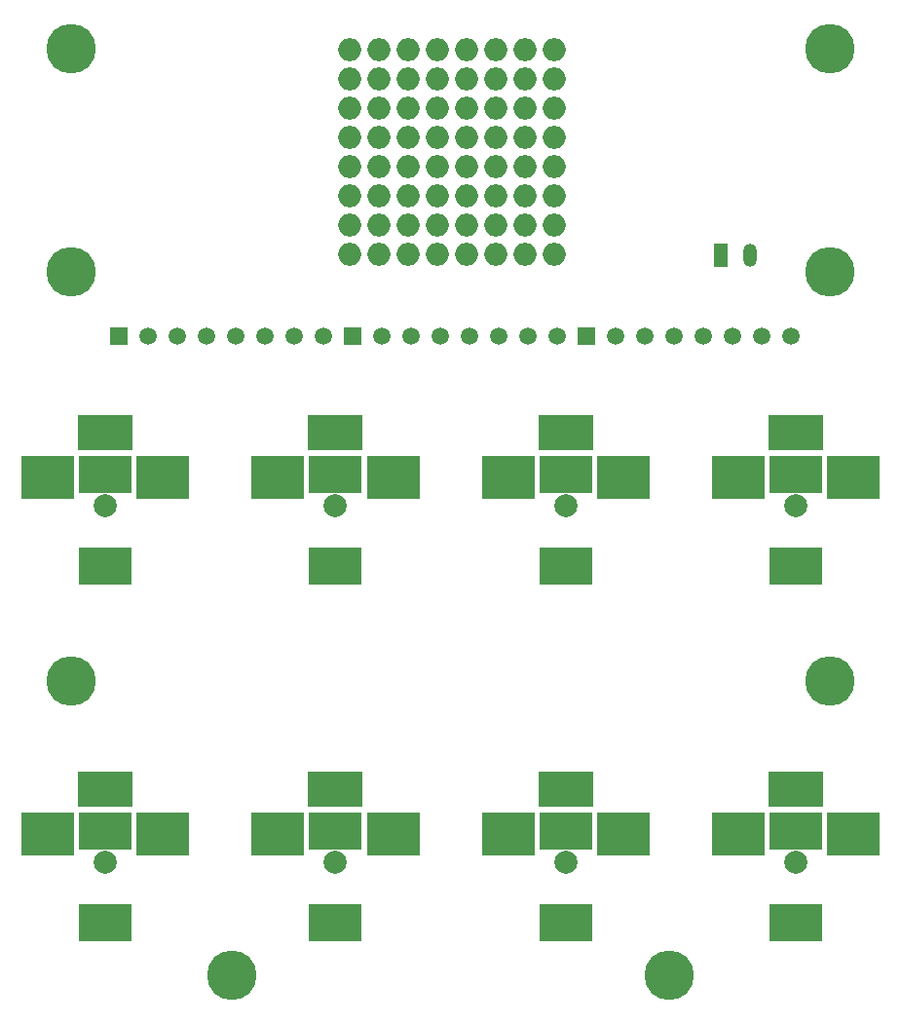
<source format=gbr>
%TF.GenerationSoftware,KiCad,Pcbnew,(6.0.0)*%
%TF.CreationDate,2022-11-14T01:45:54-08:00*%
%TF.ProjectId,button_pcb,62757474-6f6e-45f7-9063-622e6b696361,rev?*%
%TF.SameCoordinates,Original*%
%TF.FileFunction,Soldermask,Bot*%
%TF.FilePolarity,Negative*%
%FSLAX46Y46*%
G04 Gerber Fmt 4.6, Leading zero omitted, Abs format (unit mm)*
G04 Created by KiCad (PCBNEW (6.0.0)) date 2022-11-14 01:45:54*
%MOMM*%
%LPD*%
G01*
G04 APERTURE LIST*
%ADD10C,2.000000*%
%ADD11R,4.600000X3.300000*%
%ADD12R,4.600000X3.800000*%
%ADD13R,4.800000X3.100000*%
%ADD14C,4.300000*%
%ADD15O,2.000000X2.000000*%
%ADD16R,1.500000X1.500000*%
%ADD17C,1.500000*%
%ADD18R,1.200000X2.000000*%
%ADD19O,1.200000X2.000000*%
G04 APERTURE END LIST*
D10*
%TO.C,S8*%
X69000000Y-45750000D03*
D11*
X69000000Y-42988000D03*
D12*
X64000000Y-43238000D03*
X74000000Y-43238000D03*
D13*
X69000000Y-39338000D03*
D11*
X69000000Y-50988000D03*
%TD*%
D14*
%TO.C,H6*%
X72000000Y-25400000D03*
%TD*%
D10*
%TO.C,S1*%
X9000000Y-76750000D03*
D11*
X9000000Y-73988000D03*
D12*
X4000000Y-74238000D03*
X14000000Y-74238000D03*
D13*
X9000000Y-70338000D03*
D11*
X9000000Y-81988000D03*
%TD*%
D14*
%TO.C,H5*%
X6000000Y-25400000D03*
%TD*%
D10*
%TO.C,S4*%
X69000000Y-76750000D03*
D11*
X69000000Y-73988000D03*
D12*
X64000000Y-74238000D03*
X74000000Y-74238000D03*
D13*
X69000000Y-70338000D03*
D11*
X69000000Y-81988000D03*
%TD*%
D14*
%TO.C,H8*%
X20000000Y-86500000D03*
%TD*%
D15*
%TO.C,U1*%
X30242400Y-23915400D03*
X30229700Y-21375400D03*
X30242400Y-18835400D03*
X30255100Y-16295400D03*
X30242400Y-13755400D03*
X30229700Y-11215400D03*
X30242400Y-8675400D03*
X30229700Y-6135400D03*
X32782400Y-23915400D03*
X32769700Y-21375400D03*
X32782400Y-18835400D03*
X32795100Y-16295400D03*
X32782400Y-13755400D03*
X32769700Y-11215400D03*
X32782400Y-8675400D03*
X32769700Y-6135400D03*
X35322400Y-23915400D03*
X35309700Y-21375400D03*
X35322400Y-18835400D03*
X35335100Y-16295400D03*
X35322400Y-13755400D03*
X35309700Y-11215400D03*
X35322400Y-8675400D03*
X35309700Y-6135400D03*
X37862400Y-23915400D03*
X37849700Y-21375400D03*
X37862400Y-18835400D03*
X37875100Y-16295400D03*
X37862400Y-13755400D03*
X37849700Y-11215400D03*
X37862400Y-8675400D03*
X37849700Y-6135400D03*
X40402400Y-23915400D03*
X40389700Y-21375400D03*
X40402400Y-18835400D03*
X40415100Y-16295400D03*
X40402400Y-13755400D03*
X40389700Y-11215400D03*
X40402400Y-8675400D03*
X40389700Y-6135400D03*
X42942400Y-23915400D03*
X42929700Y-21375400D03*
X42942400Y-18835400D03*
X42955100Y-16295400D03*
X42942400Y-13755400D03*
X42929700Y-11215400D03*
X42942400Y-8675400D03*
X42929700Y-6135400D03*
X45482400Y-23915400D03*
X45469700Y-21375400D03*
X45482400Y-18835400D03*
X45495100Y-16295400D03*
X45482400Y-13755400D03*
X45469700Y-11215400D03*
X45482400Y-8675400D03*
X45469700Y-6135400D03*
X48022400Y-23915400D03*
X48009700Y-21375400D03*
X48022400Y-18835400D03*
X48035100Y-16295400D03*
X48022400Y-13755400D03*
X48009700Y-11215400D03*
X48022400Y-8675400D03*
X48009700Y-6135400D03*
%TD*%
D10*
%TO.C,S7*%
X49000000Y-45750000D03*
D11*
X49000000Y-42988000D03*
D12*
X44000000Y-43238000D03*
X54000000Y-43238000D03*
D13*
X49000000Y-39338000D03*
D11*
X49000000Y-50988000D03*
%TD*%
D16*
%TO.C,T2*%
X30480000Y-31020000D03*
D17*
X33020000Y-31020000D03*
X35560000Y-31020000D03*
X38100000Y-31020000D03*
X40640000Y-31020000D03*
X43180000Y-31020000D03*
X45720000Y-31020000D03*
X48260000Y-31020000D03*
%TD*%
D14*
%TO.C,H4*%
X6000000Y-61000000D03*
%TD*%
D16*
%TO.C,T1*%
X50800000Y-31020000D03*
D17*
X53340000Y-31020000D03*
X55880000Y-31020000D03*
X58420000Y-31020000D03*
X60960000Y-31020000D03*
X63500000Y-31020000D03*
X66040000Y-31020000D03*
X68580000Y-31020000D03*
%TD*%
D10*
%TO.C,S5*%
X9000000Y-45750000D03*
D11*
X9000000Y-42988000D03*
D12*
X4000000Y-43238000D03*
X14000000Y-43238000D03*
D13*
X9000000Y-39338000D03*
D11*
X9000000Y-50988000D03*
%TD*%
D10*
%TO.C,S2*%
X29000000Y-76750000D03*
D11*
X29000000Y-73988000D03*
D12*
X24000000Y-74238000D03*
X34000000Y-74238000D03*
D13*
X29000000Y-70338000D03*
D11*
X29000000Y-81988000D03*
%TD*%
D10*
%TO.C,S6*%
X29000000Y-45750000D03*
D11*
X29000000Y-42988000D03*
D12*
X24000000Y-43238000D03*
X34000000Y-43238000D03*
D13*
X29000000Y-39338000D03*
D11*
X29000000Y-50988000D03*
%TD*%
D16*
%TO.C,T3*%
X10160000Y-31020000D03*
D17*
X12700000Y-31020000D03*
X15240000Y-31020000D03*
X17780000Y-31020000D03*
X20320000Y-31020000D03*
X22860000Y-31020000D03*
X25400000Y-31020000D03*
X27940000Y-31020000D03*
%TD*%
D10*
%TO.C,S3*%
X49000000Y-76750000D03*
D11*
X49000000Y-73988000D03*
D12*
X44000000Y-74238000D03*
X54000000Y-74238000D03*
D13*
X49000000Y-70338000D03*
D11*
X49000000Y-81988000D03*
%TD*%
D18*
%TO.C,T4*%
X62460000Y-24000000D03*
D19*
X65000000Y-24000000D03*
%TD*%
D14*
%TO.C,H1*%
X6000000Y-6000000D03*
%TD*%
%TO.C,H3*%
X72000000Y-61000000D03*
%TD*%
%TO.C,H2*%
X72000000Y-6000000D03*
%TD*%
%TO.C,H7*%
X58000000Y-86500000D03*
%TD*%
M02*

</source>
